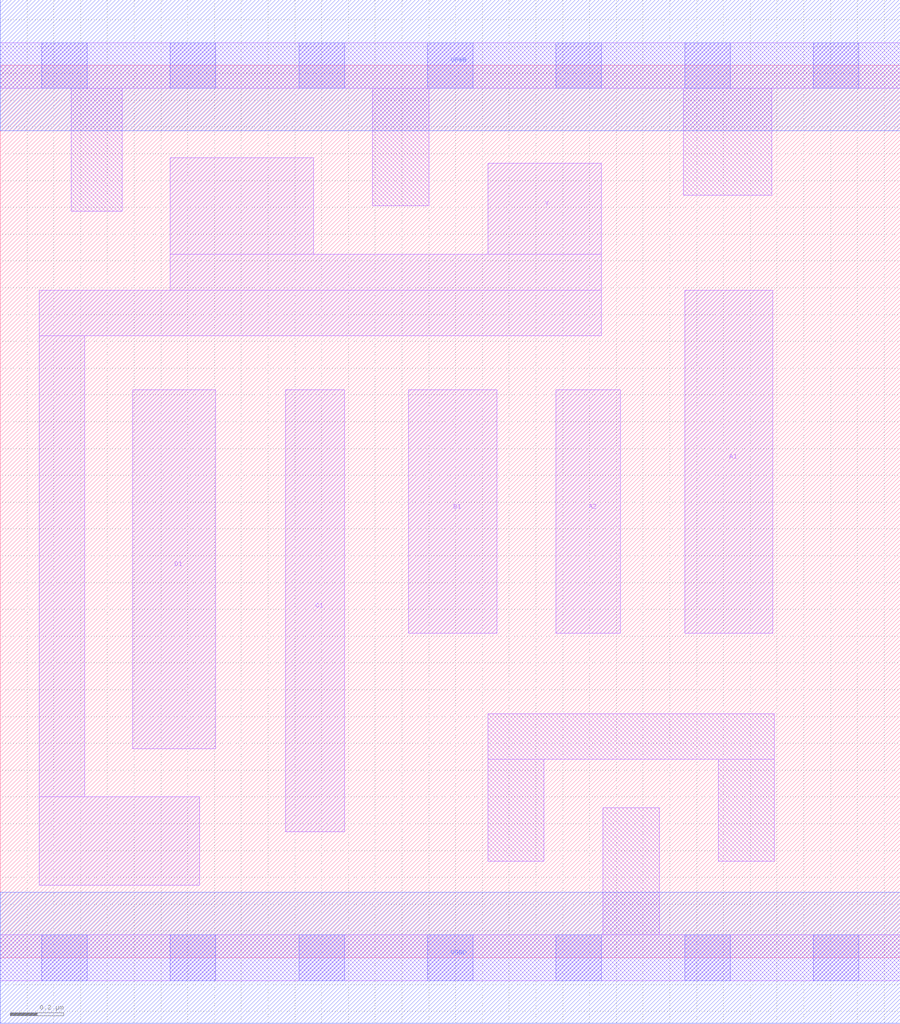
<source format=lef>
# Copyright 2020 The SkyWater PDK Authors
#
# Licensed under the Apache License, Version 2.0 (the "License");
# you may not use this file except in compliance with the License.
# You may obtain a copy of the License at
#
#     https://www.apache.org/licenses/LICENSE-2.0
#
# Unless required by applicable law or agreed to in writing, software
# distributed under the License is distributed on an "AS IS" BASIS,
# WITHOUT WARRANTIES OR CONDITIONS OF ANY KIND, either express or implied.
# See the License for the specific language governing permissions and
# limitations under the License.
#
# SPDX-License-Identifier: Apache-2.0

VERSION 5.7 ;
  NAMESCASESENSITIVE ON ;
  NOWIREEXTENSIONATPIN ON ;
  DIVIDERCHAR "/" ;
  BUSBITCHARS "[]" ;
UNITS
  DATABASE MICRONS 200 ;
END UNITS
MACRO sky130_fd_sc_lp__o2111ai_m
  CLASS CORE ;
  SOURCE USER ;
  FOREIGN sky130_fd_sc_lp__o2111ai_m ;
  ORIGIN  0.000000  0.000000 ;
  SIZE  3.360000 BY  3.330000 ;
  SYMMETRY X Y R90 ;
  SITE unit ;
  PIN A1
    ANTENNAGATEAREA  0.126000 ;
    DIRECTION INPUT ;
    USE SIGNAL ;
    PORT
      LAYER li1 ;
        RECT 2.555000 1.210000 2.885000 2.490000 ;
    END
  END A1
  PIN A2
    ANTENNAGATEAREA  0.126000 ;
    DIRECTION INPUT ;
    USE SIGNAL ;
    PORT
      LAYER li1 ;
        RECT 2.075000 1.210000 2.315000 2.120000 ;
    END
  END A2
  PIN B1
    ANTENNAGATEAREA  0.126000 ;
    DIRECTION INPUT ;
    USE SIGNAL ;
    PORT
      LAYER li1 ;
        RECT 1.525000 1.210000 1.855000 2.120000 ;
    END
  END B1
  PIN C1
    ANTENNAGATEAREA  0.126000 ;
    DIRECTION INPUT ;
    USE SIGNAL ;
    PORT
      LAYER li1 ;
        RECT 1.065000 0.470000 1.285000 2.120000 ;
    END
  END C1
  PIN D1
    ANTENNAGATEAREA  0.126000 ;
    DIRECTION INPUT ;
    USE SIGNAL ;
    PORT
      LAYER li1 ;
        RECT 0.495000 0.780000 0.805000 2.120000 ;
    END
  END D1
  PIN Y
    ANTENNADIFFAREA  0.403200 ;
    DIRECTION OUTPUT ;
    USE SIGNAL ;
    PORT
      LAYER li1 ;
        RECT 0.145000 0.270000 0.745000 0.600000 ;
        RECT 0.145000 0.600000 0.315000 2.320000 ;
        RECT 0.145000 2.320000 2.245000 2.490000 ;
        RECT 0.635000 2.490000 2.245000 2.625000 ;
        RECT 0.635000 2.625000 1.170000 2.985000 ;
        RECT 1.820000 2.625000 2.245000 2.965000 ;
    END
  END Y
  PIN VGND
    DIRECTION INOUT ;
    USE GROUND ;
    PORT
      LAYER met1 ;
        RECT 0.000000 -0.245000 3.360000 0.245000 ;
    END
  END VGND
  PIN VPWR
    DIRECTION INOUT ;
    USE POWER ;
    PORT
      LAYER met1 ;
        RECT 0.000000 3.085000 3.360000 3.575000 ;
    END
  END VPWR
  OBS
    LAYER li1 ;
      RECT 0.000000 -0.085000 3.360000 0.085000 ;
      RECT 0.000000  3.245000 3.360000 3.415000 ;
      RECT 0.265000  2.785000 0.455000 3.245000 ;
      RECT 1.390000  2.805000 1.600000 3.245000 ;
      RECT 1.820000  0.360000 2.030000 0.740000 ;
      RECT 1.820000  0.740000 2.890000 0.910000 ;
      RECT 2.250000  0.085000 2.460000 0.560000 ;
      RECT 2.550000  2.845000 2.880000 3.245000 ;
      RECT 2.680000  0.360000 2.890000 0.740000 ;
    LAYER mcon ;
      RECT 0.155000 -0.085000 0.325000 0.085000 ;
      RECT 0.155000  3.245000 0.325000 3.415000 ;
      RECT 0.635000 -0.085000 0.805000 0.085000 ;
      RECT 0.635000  3.245000 0.805000 3.415000 ;
      RECT 1.115000 -0.085000 1.285000 0.085000 ;
      RECT 1.115000  3.245000 1.285000 3.415000 ;
      RECT 1.595000 -0.085000 1.765000 0.085000 ;
      RECT 1.595000  3.245000 1.765000 3.415000 ;
      RECT 2.075000 -0.085000 2.245000 0.085000 ;
      RECT 2.075000  3.245000 2.245000 3.415000 ;
      RECT 2.555000 -0.085000 2.725000 0.085000 ;
      RECT 2.555000  3.245000 2.725000 3.415000 ;
      RECT 3.035000 -0.085000 3.205000 0.085000 ;
      RECT 3.035000  3.245000 3.205000 3.415000 ;
  END
END sky130_fd_sc_lp__o2111ai_m

</source>
